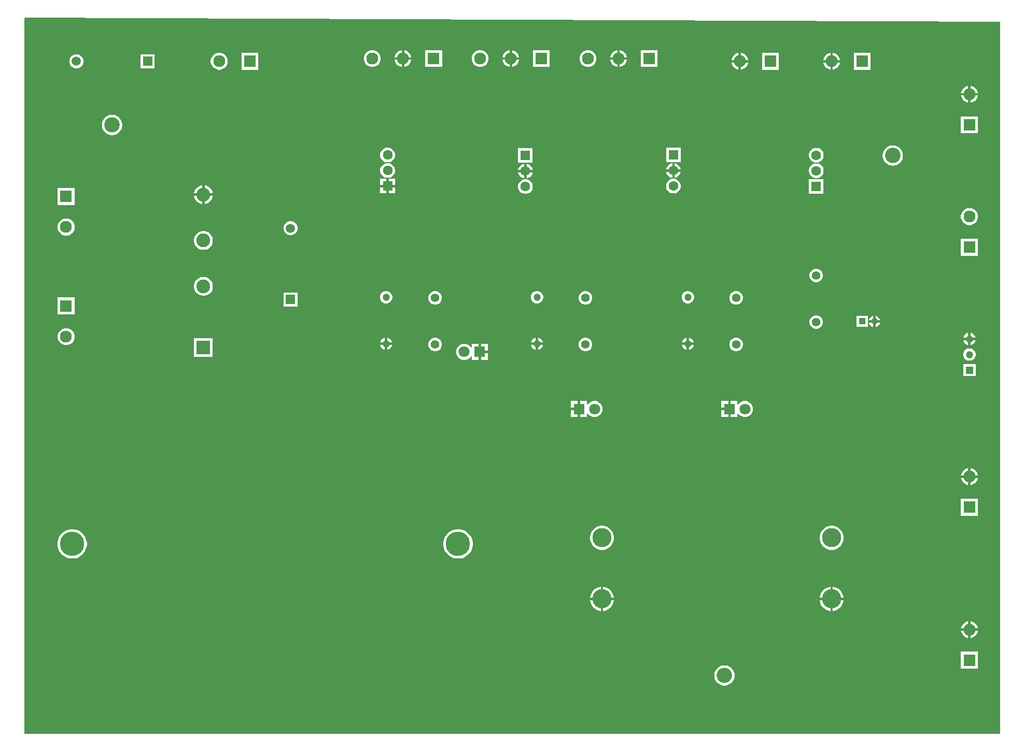
<source format=gbl>
G04*
G04 #@! TF.GenerationSoftware,Altium Limited,Altium Designer,22.8.2 (66)*
G04*
G04 Layer_Physical_Order=2*
G04 Layer_Color=16711680*
%FSLAX23Y23*%
%MOIN*%
G70*
G04*
G04 #@! TF.SameCoordinates,A233365A-AB87-4AD3-B6C5-22BC27BC872C*
G04*
G04*
G04 #@! TF.FilePolarity,Positive*
G04*
G01*
G75*
%ADD40C,0.063*%
%ADD41R,0.063X0.063*%
%ADD42C,0.157*%
%ADD43C,0.123*%
%ADD44O,0.099X0.097*%
%ADD45O,0.099X0.099*%
%ADD46C,0.055*%
%ADD47C,0.063*%
%ADD48R,0.063X0.063*%
%ADD49C,0.071*%
%ADD50R,0.071X0.071*%
%ADD51C,0.047*%
%ADD52R,0.077X0.077*%
%ADD53C,0.077*%
%ADD54R,0.077X0.077*%
%ADD55C,0.059*%
%ADD56R,0.059X0.059*%
%ADD57C,0.089*%
%ADD58R,0.089X0.089*%
%ADD59R,0.059X0.059*%
%ADD60R,0.047X0.047*%
%ADD61R,0.041X0.041*%
%ADD62C,0.041*%
G36*
X6299Y4602D02*
Y16D01*
X27D01*
Y4622D01*
X30Y4626D01*
X6299Y4602D01*
D02*
G37*
%LPC*%
G36*
X3855Y4418D02*
Y4372D01*
X3901D01*
X3898Y4385D01*
X3891Y4397D01*
X3881Y4407D01*
X3868Y4414D01*
X3855Y4418D01*
D02*
G37*
G36*
X3162D02*
Y4372D01*
X3208D01*
X3204Y4385D01*
X3197Y4397D01*
X3187Y4407D01*
X3175Y4414D01*
X3162Y4418D01*
D02*
G37*
G36*
X2469D02*
Y4372D01*
X2515D01*
X2511Y4385D01*
X2504Y4397D01*
X2494Y4407D01*
X2482Y4414D01*
X2469Y4418D01*
D02*
G37*
G36*
X3840D02*
X3827Y4414D01*
X3814Y4407D01*
X3804Y4397D01*
X3797Y4385D01*
X3794Y4372D01*
X3840D01*
Y4418D01*
D02*
G37*
G36*
X3146D02*
X3133Y4414D01*
X3121Y4407D01*
X3111Y4397D01*
X3104Y4385D01*
X3100Y4372D01*
X3146D01*
Y4418D01*
D02*
G37*
G36*
X2453D02*
X2440Y4414D01*
X2427Y4407D01*
X2417Y4397D01*
X2410Y4385D01*
X2407Y4372D01*
X2453D01*
Y4418D01*
D02*
G37*
G36*
X5224Y4400D02*
Y4354D01*
X5270D01*
X5267Y4367D01*
X5260Y4379D01*
X5250Y4390D01*
X5237Y4397D01*
X5224Y4400D01*
D02*
G37*
G36*
X4634D02*
Y4354D01*
X4680D01*
X4676Y4367D01*
X4669Y4379D01*
X4659Y4390D01*
X4647Y4397D01*
X4634Y4400D01*
D02*
G37*
G36*
X5209D02*
X5196Y4397D01*
X5183Y4390D01*
X5173Y4379D01*
X5166Y4367D01*
X5163Y4354D01*
X5209D01*
Y4400D01*
D02*
G37*
G36*
X4618D02*
X4605Y4397D01*
X4593Y4390D01*
X4583Y4379D01*
X4576Y4367D01*
X4572Y4354D01*
X4618D01*
Y4400D01*
D02*
G37*
G36*
X3208Y4356D02*
X3162D01*
Y4310D01*
X3175Y4314D01*
X3187Y4321D01*
X3197Y4331D01*
X3204Y4343D01*
X3208Y4356D01*
D02*
G37*
G36*
X2515D02*
X2469D01*
Y4310D01*
X2482Y4314D01*
X2494Y4321D01*
X2504Y4331D01*
X2511Y4343D01*
X2515Y4356D01*
D02*
G37*
G36*
X3901D02*
X3855D01*
Y4310D01*
X3868Y4314D01*
X3881Y4321D01*
X3891Y4331D01*
X3898Y4343D01*
X3901Y4356D01*
D02*
G37*
G36*
X3840D02*
X3794D01*
X3797Y4343D01*
X3804Y4331D01*
X3814Y4321D01*
X3827Y4314D01*
X3840Y4310D01*
Y4356D01*
D02*
G37*
G36*
X3146D02*
X3100D01*
X3104Y4343D01*
X3111Y4331D01*
X3121Y4321D01*
X3133Y4314D01*
X3146Y4310D01*
Y4356D01*
D02*
G37*
G36*
X2453D02*
X2407D01*
X2410Y4343D01*
X2417Y4331D01*
X2427Y4321D01*
X2440Y4314D01*
X2453Y4310D01*
Y4356D01*
D02*
G37*
G36*
X4098Y4418D02*
X3990D01*
Y4310D01*
X4098D01*
Y4418D01*
D02*
G37*
G36*
X3658D02*
X3644D01*
X3630Y4414D01*
X3617Y4407D01*
X3607Y4397D01*
X3600Y4385D01*
X3596Y4371D01*
Y4357D01*
X3600Y4343D01*
X3607Y4331D01*
X3617Y4321D01*
X3630Y4314D01*
X3644Y4310D01*
X3658D01*
X3672Y4314D01*
X3684Y4321D01*
X3694Y4331D01*
X3701Y4343D01*
X3705Y4357D01*
Y4371D01*
X3701Y4385D01*
X3694Y4397D01*
X3684Y4407D01*
X3672Y4414D01*
X3658Y4418D01*
D02*
G37*
G36*
X3405D02*
X3297D01*
Y4310D01*
X3405D01*
Y4418D01*
D02*
G37*
G36*
X2964D02*
X2950D01*
X2936Y4414D01*
X2924Y4407D01*
X2914Y4397D01*
X2907Y4385D01*
X2903Y4371D01*
Y4357D01*
X2907Y4343D01*
X2914Y4331D01*
X2924Y4321D01*
X2936Y4314D01*
X2950Y4310D01*
X2964D01*
X2978Y4314D01*
X2990Y4321D01*
X3001Y4331D01*
X3008Y4343D01*
X3011Y4357D01*
Y4371D01*
X3008Y4385D01*
X3001Y4397D01*
X2990Y4407D01*
X2978Y4414D01*
X2964Y4418D01*
D02*
G37*
G36*
X2712D02*
X2603D01*
Y4310D01*
X2712D01*
Y4418D01*
D02*
G37*
G36*
X2271D02*
X2257D01*
X2243Y4414D01*
X2231Y4407D01*
X2220Y4397D01*
X2213Y4385D01*
X2210Y4371D01*
Y4357D01*
X2213Y4343D01*
X2220Y4331D01*
X2231Y4321D01*
X2243Y4314D01*
X2257Y4310D01*
X2271D01*
X2285Y4314D01*
X2297Y4321D01*
X2307Y4331D01*
X2314Y4343D01*
X2318Y4357D01*
Y4371D01*
X2314Y4385D01*
X2307Y4397D01*
X2297Y4407D01*
X2285Y4414D01*
X2271Y4418D01*
D02*
G37*
G36*
X865Y4392D02*
X775D01*
Y4301D01*
X865D01*
Y4392D01*
D02*
G37*
G36*
X367D02*
X355D01*
X344Y4388D01*
X333Y4382D01*
X325Y4374D01*
X319Y4364D01*
X316Y4352D01*
Y4340D01*
X319Y4329D01*
X325Y4318D01*
X333Y4310D01*
X344Y4304D01*
X355Y4301D01*
X367D01*
X379Y4304D01*
X389Y4310D01*
X397Y4318D01*
X403Y4329D01*
X406Y4340D01*
Y4352D01*
X403Y4364D01*
X397Y4374D01*
X389Y4382D01*
X379Y4388D01*
X367Y4392D01*
D02*
G37*
G36*
X5270Y4338D02*
X5224D01*
Y4292D01*
X5237Y4296D01*
X5250Y4303D01*
X5260Y4313D01*
X5267Y4325D01*
X5270Y4338D01*
D02*
G37*
G36*
X4680D02*
X4634D01*
Y4292D01*
X4647Y4296D01*
X4659Y4303D01*
X4669Y4313D01*
X4676Y4325D01*
X4680Y4338D01*
D02*
G37*
G36*
X5209D02*
X5163D01*
X5166Y4325D01*
X5173Y4313D01*
X5183Y4303D01*
X5196Y4296D01*
X5209Y4292D01*
Y4338D01*
D02*
G37*
G36*
X4618D02*
X4572D01*
X4576Y4325D01*
X4583Y4313D01*
X4593Y4303D01*
X4605Y4296D01*
X4618Y4292D01*
Y4338D01*
D02*
G37*
G36*
X5468Y4400D02*
X5359D01*
Y4292D01*
X5468D01*
Y4400D01*
D02*
G37*
G36*
X4877D02*
X4769D01*
Y4292D01*
X4877D01*
Y4400D01*
D02*
G37*
G36*
X1531D02*
X1422D01*
Y4292D01*
X1531D01*
Y4400D01*
D02*
G37*
G36*
X1287D02*
X1272D01*
X1259Y4397D01*
X1246Y4390D01*
X1236Y4379D01*
X1229Y4367D01*
X1225Y4353D01*
Y4339D01*
X1229Y4325D01*
X1236Y4313D01*
X1246Y4303D01*
X1259Y4296D01*
X1272Y4292D01*
X1287D01*
X1300Y4296D01*
X1313Y4303D01*
X1323Y4313D01*
X1330Y4325D01*
X1334Y4339D01*
Y4353D01*
X1330Y4367D01*
X1323Y4379D01*
X1313Y4390D01*
X1300Y4397D01*
X1287Y4400D01*
D02*
G37*
G36*
X6110Y4188D02*
Y4142D01*
X6156D01*
X6153Y4155D01*
X6146Y4167D01*
X6136Y4177D01*
X6123Y4184D01*
X6110Y4188D01*
D02*
G37*
G36*
X6094Y4188D02*
X6081Y4184D01*
X6069Y4177D01*
X6059Y4167D01*
X6052Y4155D01*
X6048Y4142D01*
X6094D01*
Y4188D01*
D02*
G37*
G36*
X6156Y4126D02*
X6110D01*
Y4080D01*
X6123Y4083D01*
X6136Y4091D01*
X6146Y4101D01*
X6153Y4113D01*
X6156Y4126D01*
D02*
G37*
G36*
X6094D02*
X6048D01*
X6052Y4113D01*
X6059Y4101D01*
X6069Y4091D01*
X6081Y4083D01*
X6094Y4080D01*
Y4126D01*
D02*
G37*
G36*
X6156Y3991D02*
X6048D01*
Y3883D01*
X6156D01*
Y3991D01*
D02*
G37*
G36*
X597Y4002D02*
X584D01*
X572Y4000D01*
X560Y3995D01*
X549Y3987D01*
X545Y3983D01*
X544Y3983D01*
X544Y3982D01*
X540Y3978D01*
X537Y3974D01*
X536Y3973D01*
X535Y3971D01*
X533Y3968D01*
X531Y3964D01*
X530Y3962D01*
X529Y3959D01*
X528Y3956D01*
X527Y3952D01*
X526Y3950D01*
X526Y3947D01*
X526Y3943D01*
Y3940D01*
X525Y3937D01*
X526Y3934D01*
Y3931D01*
X526Y3927D01*
X526Y3924D01*
X527Y3922D01*
X528Y3918D01*
X529Y3915D01*
X530Y3912D01*
X531Y3910D01*
X533Y3906D01*
X535Y3903D01*
X536Y3901D01*
X537Y3900D01*
X540Y3896D01*
X544Y3892D01*
X544Y3891D01*
X545Y3891D01*
X549Y3887D01*
X560Y3879D01*
X572Y3875D01*
X584Y3872D01*
X597D01*
X610Y3875D01*
X621Y3879D01*
X632Y3887D01*
X636Y3891D01*
X637Y3891D01*
X637Y3892D01*
X641Y3896D01*
X644Y3900D01*
X645Y3901D01*
X646Y3903D01*
X648Y3906D01*
X650Y3910D01*
X651Y3912D01*
X652Y3915D01*
X653Y3918D01*
X654Y3922D01*
X655Y3924D01*
X655Y3927D01*
X656Y3931D01*
Y3934D01*
X656Y3937D01*
X656Y3940D01*
Y3943D01*
X655Y3947D01*
X655Y3950D01*
X654Y3952D01*
X653Y3956D01*
X652Y3959D01*
X651Y3962D01*
X650Y3964D01*
X648Y3968D01*
X646Y3971D01*
X645Y3973D01*
X644Y3974D01*
X641Y3978D01*
X637Y3982D01*
X637Y3983D01*
X636Y3983D01*
X632Y3987D01*
X621Y3995D01*
X610Y4000D01*
X597Y4002D01*
D02*
G37*
G36*
X4247Y3791D02*
X4152D01*
Y3696D01*
X4247D01*
Y3791D01*
D02*
G37*
G36*
X2368D02*
X2356D01*
X2344Y3787D01*
X2333Y3781D01*
X2324Y3772D01*
X2318Y3762D01*
X2315Y3750D01*
Y3737D01*
X2318Y3725D01*
X2324Y3714D01*
X2333Y3706D01*
X2344Y3699D01*
X2356Y3696D01*
X2368D01*
X2380Y3699D01*
X2391Y3706D01*
X2400Y3714D01*
X2406Y3725D01*
X2409Y3737D01*
Y3750D01*
X2406Y3762D01*
X2400Y3772D01*
X2391Y3781D01*
X2380Y3787D01*
X2368Y3791D01*
D02*
G37*
G36*
X5124Y3789D02*
X5112D01*
X5100Y3786D01*
X5089Y3780D01*
X5080Y3771D01*
X5074Y3760D01*
X5071Y3748D01*
Y3736D01*
X5074Y3723D01*
X5080Y3713D01*
X5089Y3704D01*
X5100Y3698D01*
X5112Y3694D01*
X5124D01*
X5136Y3698D01*
X5147Y3704D01*
X5156Y3713D01*
X5162Y3723D01*
X5165Y3736D01*
Y3748D01*
X5162Y3760D01*
X5156Y3771D01*
X5147Y3780D01*
X5136Y3786D01*
X5124Y3789D01*
D02*
G37*
G36*
X3295Y3787D02*
X3201D01*
Y3693D01*
X3295D01*
Y3787D01*
D02*
G37*
G36*
X5610Y3805D02*
X5607Y3805D01*
X5604D01*
X5601Y3805D01*
X5597Y3804D01*
X5594Y3803D01*
X5591Y3803D01*
X5588Y3801D01*
X5585Y3800D01*
X5582Y3799D01*
X5579Y3798D01*
X5577Y3796D01*
X5574Y3794D01*
X5571Y3792D01*
X5569Y3791D01*
X5567Y3788D01*
X5564Y3786D01*
X5562Y3784D01*
X5560Y3782D01*
X5558Y3779D01*
X5556Y3776D01*
X5554Y3774D01*
X5553Y3771D01*
X5551Y3768D01*
X5550Y3765D01*
X5549Y3762D01*
X5548Y3759D01*
X5547Y3756D01*
X5546Y3753D01*
X5546Y3750D01*
X5545Y3747D01*
Y3743D01*
X5545Y3740D01*
Y3740D01*
X5545Y3737D01*
Y3734D01*
X5546Y3731D01*
X5546Y3727D01*
X5547Y3724D01*
X5548Y3721D01*
X5549Y3718D01*
X5550Y3715D01*
X5551Y3712D01*
X5553Y3709D01*
X5554Y3707D01*
X5556Y3704D01*
X5558Y3701D01*
X5560Y3699D01*
X5562Y3696D01*
X5564Y3694D01*
X5567Y3692D01*
X5569Y3690D01*
X5571Y3688D01*
X5574Y3686D01*
X5577Y3684D01*
X5579Y3683D01*
X5582Y3681D01*
X5585Y3680D01*
X5588Y3679D01*
X5591Y3678D01*
X5594Y3677D01*
X5597Y3676D01*
X5601Y3676D01*
X5604Y3675D01*
X5607D01*
X5610Y3675D01*
X5613Y3675D01*
X5617D01*
X5620Y3676D01*
X5623Y3676D01*
X5626Y3677D01*
X5629Y3678D01*
X5632Y3679D01*
X5635Y3680D01*
X5638Y3681D01*
X5641Y3683D01*
X5644Y3684D01*
X5647Y3686D01*
X5649Y3688D01*
X5652Y3690D01*
X5654Y3692D01*
X5656Y3694D01*
X5658Y3696D01*
X5661Y3699D01*
X5662Y3701D01*
X5665Y3704D01*
X5666Y3707D01*
X5668Y3709D01*
X5669Y3712D01*
X5671Y3715D01*
X5672Y3718D01*
X5673Y3721D01*
X5673Y3724D01*
X5674Y3727D01*
X5675Y3731D01*
X5675Y3734D01*
Y3737D01*
X5676Y3740D01*
Y3740D01*
X5675Y3743D01*
Y3747D01*
X5675Y3750D01*
X5674Y3753D01*
X5673Y3756D01*
X5673Y3759D01*
X5672Y3762D01*
X5671Y3765D01*
X5669Y3768D01*
X5668Y3771D01*
X5666Y3774D01*
X5665Y3776D01*
X5662Y3779D01*
X5661Y3782D01*
X5658Y3784D01*
X5656Y3786D01*
X5654Y3788D01*
X5652Y3791D01*
X5649Y3792D01*
X5647Y3794D01*
X5644Y3796D01*
X5641Y3798D01*
X5638Y3799D01*
X5635Y3800D01*
X5632Y3801D01*
X5629Y3803D01*
X5626Y3803D01*
X5623Y3804D01*
X5620Y3805D01*
X5617Y3805D01*
X5613D01*
X5610Y3805D01*
D02*
G37*
G36*
X4207Y3690D02*
Y3651D01*
X4246D01*
X4244Y3662D01*
X4237Y3672D01*
X4228Y3681D01*
X4218Y3687D01*
X4207Y3690D01*
D02*
G37*
G36*
X4192D02*
X4181Y3687D01*
X4170Y3681D01*
X4162Y3672D01*
X4155Y3662D01*
X4153Y3651D01*
X4192D01*
Y3690D01*
D02*
G37*
G36*
X3256Y3687D02*
Y3648D01*
X3295D01*
X3292Y3658D01*
X3286Y3669D01*
X3277Y3678D01*
X3266Y3684D01*
X3256Y3687D01*
D02*
G37*
G36*
X3240D02*
X3230Y3684D01*
X3219Y3678D01*
X3210Y3669D01*
X3204Y3658D01*
X3201Y3648D01*
X3240D01*
Y3687D01*
D02*
G37*
G36*
X4246Y3635D02*
X4207D01*
Y3597D01*
X4218Y3599D01*
X4228Y3606D01*
X4237Y3614D01*
X4244Y3625D01*
X4246Y3635D01*
D02*
G37*
G36*
X4192D02*
X4153D01*
X4155Y3625D01*
X4162Y3614D01*
X4170Y3606D01*
X4181Y3599D01*
X4192Y3597D01*
Y3635D01*
D02*
G37*
G36*
X2368Y3691D02*
X2356D01*
X2344Y3687D01*
X2333Y3681D01*
X2324Y3672D01*
X2318Y3662D01*
X2315Y3650D01*
Y3637D01*
X2318Y3625D01*
X2324Y3614D01*
X2333Y3606D01*
X2344Y3599D01*
X2356Y3596D01*
X2368D01*
X2380Y3599D01*
X2391Y3606D01*
X2400Y3614D01*
X2406Y3625D01*
X2409Y3637D01*
Y3650D01*
X2406Y3662D01*
X2400Y3672D01*
X2391Y3681D01*
X2380Y3687D01*
X2368Y3691D01*
D02*
G37*
G36*
X5124Y3689D02*
X5112D01*
X5100Y3686D01*
X5089Y3680D01*
X5080Y3671D01*
X5074Y3660D01*
X5071Y3648D01*
Y3636D01*
X5074Y3623D01*
X5080Y3613D01*
X5089Y3604D01*
X5100Y3598D01*
X5112Y3594D01*
X5124D01*
X5136Y3598D01*
X5147Y3604D01*
X5156Y3613D01*
X5162Y3623D01*
X5165Y3636D01*
Y3648D01*
X5162Y3660D01*
X5156Y3671D01*
X5147Y3680D01*
X5136Y3686D01*
X5124Y3689D01*
D02*
G37*
G36*
X3295Y3632D02*
X3256D01*
Y3593D01*
X3266Y3596D01*
X3277Y3602D01*
X3286Y3611D01*
X3292Y3622D01*
X3295Y3632D01*
D02*
G37*
G36*
X3240D02*
X3201D01*
X3204Y3622D01*
X3210Y3611D01*
X3219Y3602D01*
X3230Y3596D01*
X3240Y3593D01*
Y3632D01*
D02*
G37*
G36*
X2409Y3591D02*
X2370D01*
Y3551D01*
X2409D01*
Y3591D01*
D02*
G37*
G36*
X2354D02*
X2315D01*
Y3551D01*
X2354D01*
Y3591D01*
D02*
G37*
G36*
X1186Y3548D02*
Y3496D01*
X1238D01*
X1236Y3506D01*
X1232Y3517D01*
X1225Y3527D01*
X1217Y3535D01*
X1207Y3542D01*
X1196Y3546D01*
X1186Y3548D01*
D02*
G37*
G36*
X1170D02*
X1160Y3546D01*
X1149Y3542D01*
X1139Y3535D01*
X1131Y3527D01*
X1124Y3517D01*
X1120Y3506D01*
X1118Y3496D01*
X1170D01*
Y3548D01*
D02*
G37*
G36*
X4206Y3591D02*
X4193D01*
X4181Y3587D01*
X4170Y3581D01*
X4162Y3572D01*
X4155Y3562D01*
X4152Y3550D01*
Y3537D01*
X4155Y3525D01*
X4162Y3514D01*
X4170Y3506D01*
X4181Y3499D01*
X4193Y3496D01*
X4206D01*
X4218Y3499D01*
X4228Y3506D01*
X4237Y3514D01*
X4244Y3525D01*
X4247Y3537D01*
Y3550D01*
X4244Y3562D01*
X4237Y3572D01*
X4228Y3581D01*
X4218Y3587D01*
X4206Y3591D01*
D02*
G37*
G36*
X2409Y3535D02*
X2370D01*
Y3496D01*
X2409D01*
Y3535D01*
D02*
G37*
G36*
X2354D02*
X2315D01*
Y3496D01*
X2354D01*
Y3535D01*
D02*
G37*
G36*
X5165Y3589D02*
X5071D01*
Y3494D01*
X5165D01*
Y3589D01*
D02*
G37*
G36*
X3254Y3587D02*
X3242D01*
X3230Y3584D01*
X3219Y3578D01*
X3210Y3569D01*
X3204Y3558D01*
X3201Y3546D01*
Y3534D01*
X3204Y3522D01*
X3210Y3511D01*
X3219Y3502D01*
X3230Y3496D01*
X3242Y3493D01*
X3254D01*
X3266Y3496D01*
X3277Y3502D01*
X3286Y3511D01*
X3292Y3522D01*
X3295Y3534D01*
Y3546D01*
X3292Y3558D01*
X3286Y3569D01*
X3277Y3578D01*
X3266Y3584D01*
X3254Y3587D01*
D02*
G37*
G36*
X1238Y3480D02*
X1186D01*
Y3428D01*
X1196Y3430D01*
X1207Y3435D01*
X1217Y3441D01*
X1225Y3450D01*
X1232Y3460D01*
X1236Y3471D01*
X1238Y3480D01*
D02*
G37*
G36*
X1170D02*
X1118D01*
X1120Y3471D01*
X1124Y3460D01*
X1131Y3450D01*
X1139Y3441D01*
X1149Y3435D01*
X1160Y3430D01*
X1170Y3428D01*
Y3480D01*
D02*
G37*
G36*
X349Y3531D02*
X241D01*
Y3422D01*
X349D01*
Y3531D01*
D02*
G37*
G36*
X6109Y3401D02*
X6095D01*
X6081Y3397D01*
X6069Y3390D01*
X6059Y3380D01*
X6052Y3367D01*
X6048Y3354D01*
Y3339D01*
X6052Y3326D01*
X6059Y3313D01*
X6069Y3303D01*
X6081Y3296D01*
X6095Y3292D01*
X6109D01*
X6123Y3296D01*
X6136Y3303D01*
X6146Y3313D01*
X6153Y3326D01*
X6156Y3339D01*
Y3354D01*
X6153Y3367D01*
X6146Y3380D01*
X6136Y3390D01*
X6123Y3397D01*
X6109Y3401D01*
D02*
G37*
G36*
X1744Y3318D02*
X1732D01*
X1721Y3315D01*
X1710Y3309D01*
X1702Y3300D01*
X1696Y3290D01*
X1693Y3278D01*
Y3266D01*
X1696Y3255D01*
X1702Y3245D01*
X1710Y3236D01*
X1721Y3230D01*
X1732Y3227D01*
X1744D01*
X1755Y3230D01*
X1766Y3236D01*
X1774Y3245D01*
X1780Y3255D01*
X1783Y3266D01*
Y3278D01*
X1780Y3290D01*
X1774Y3300D01*
X1766Y3309D01*
X1755Y3315D01*
X1744Y3318D01*
D02*
G37*
G36*
X302Y3334D02*
X288D01*
X274Y3330D01*
X262Y3323D01*
X252Y3313D01*
X245Y3300D01*
X241Y3287D01*
Y3272D01*
X245Y3259D01*
X252Y3246D01*
X262Y3236D01*
X274Y3229D01*
X288Y3225D01*
X302D01*
X316Y3229D01*
X329Y3236D01*
X339Y3246D01*
X346Y3259D01*
X349Y3272D01*
Y3287D01*
X346Y3300D01*
X339Y3313D01*
X329Y3323D01*
X316Y3330D01*
X302Y3334D01*
D02*
G37*
G36*
X1184Y3253D02*
X1172D01*
X1160Y3251D01*
X1149Y3247D01*
X1139Y3240D01*
X1131Y3232D01*
X1124Y3222D01*
X1120Y3211D01*
X1118Y3199D01*
Y3187D01*
X1120Y3175D01*
X1124Y3164D01*
X1131Y3154D01*
X1139Y3146D01*
X1149Y3139D01*
X1160Y3135D01*
X1172Y3133D01*
X1184D01*
X1196Y3135D01*
X1207Y3139D01*
X1217Y3146D01*
X1225Y3154D01*
X1232Y3164D01*
X1236Y3175D01*
X1238Y3187D01*
Y3199D01*
X1236Y3211D01*
X1232Y3222D01*
X1225Y3232D01*
X1217Y3240D01*
X1207Y3247D01*
X1196Y3251D01*
X1184Y3253D01*
D02*
G37*
G36*
X6156Y3204D02*
X6048D01*
Y3095D01*
X6156D01*
Y3204D01*
D02*
G37*
G36*
X5124Y3012D02*
X5112D01*
X5101Y3009D01*
X5092Y3003D01*
X5083Y2995D01*
X5078Y2985D01*
X5075Y2974D01*
Y2963D01*
X5078Y2952D01*
X5083Y2942D01*
X5092Y2934D01*
X5101Y2928D01*
X5112Y2925D01*
X5124D01*
X5135Y2928D01*
X5145Y2934D01*
X5153Y2942D01*
X5158Y2952D01*
X5161Y2963D01*
Y2974D01*
X5158Y2985D01*
X5153Y2995D01*
X5145Y3003D01*
X5135Y3009D01*
X5124Y3012D01*
D02*
G37*
G36*
X1184Y2958D02*
X1172D01*
X1160Y2956D01*
X1149Y2951D01*
X1139Y2945D01*
X1131Y2936D01*
X1124Y2926D01*
X1120Y2915D01*
X1118Y2904D01*
Y2892D01*
X1120Y2880D01*
X1124Y2869D01*
X1131Y2859D01*
X1139Y2851D01*
X1149Y2844D01*
X1160Y2840D01*
X1172Y2837D01*
X1184D01*
X1196Y2840D01*
X1207Y2844D01*
X1217Y2851D01*
X1225Y2859D01*
X1232Y2869D01*
X1236Y2880D01*
X1238Y2892D01*
Y2904D01*
X1236Y2915D01*
X1232Y2926D01*
X1225Y2936D01*
X1217Y2945D01*
X1207Y2951D01*
X1196Y2956D01*
X1184Y2958D01*
D02*
G37*
G36*
X4297Y2868D02*
X4287D01*
X4277Y2865D01*
X4268Y2860D01*
X4261Y2852D01*
X4256Y2844D01*
X4253Y2833D01*
Y2823D01*
X4256Y2813D01*
X4261Y2804D01*
X4268Y2797D01*
X4277Y2792D01*
X4287Y2789D01*
X4297D01*
X4307Y2792D01*
X4316Y2797D01*
X4324Y2804D01*
X4329Y2813D01*
X4332Y2823D01*
Y2833D01*
X4329Y2844D01*
X4324Y2852D01*
X4316Y2860D01*
X4307Y2865D01*
X4297Y2868D01*
D02*
G37*
G36*
X3327D02*
X3317D01*
X3307Y2865D01*
X3298Y2860D01*
X3291Y2852D01*
X3286Y2844D01*
X3283Y2833D01*
Y2823D01*
X3286Y2813D01*
X3291Y2804D01*
X3298Y2797D01*
X3307Y2792D01*
X3317Y2789D01*
X3327D01*
X3337Y2792D01*
X3346Y2797D01*
X3354Y2804D01*
X3359Y2813D01*
X3362Y2823D01*
Y2833D01*
X3359Y2844D01*
X3354Y2852D01*
X3346Y2860D01*
X3337Y2865D01*
X3327Y2868D01*
D02*
G37*
G36*
X2357D02*
X2347D01*
X2337Y2865D01*
X2328Y2860D01*
X2321Y2852D01*
X2316Y2844D01*
X2313Y2833D01*
Y2823D01*
X2316Y2813D01*
X2321Y2804D01*
X2328Y2797D01*
X2337Y2792D01*
X2347Y2789D01*
X2357D01*
X2367Y2792D01*
X2376Y2797D01*
X2384Y2804D01*
X2389Y2813D01*
X2392Y2823D01*
Y2833D01*
X2389Y2844D01*
X2384Y2852D01*
X2376Y2860D01*
X2367Y2865D01*
X2357Y2868D01*
D02*
G37*
G36*
X4608Y2867D02*
X4597D01*
X4585Y2864D01*
X4576Y2858D01*
X4568Y2850D01*
X4562Y2840D01*
X4559Y2829D01*
Y2818D01*
X4562Y2807D01*
X4568Y2797D01*
X4576Y2789D01*
X4585Y2783D01*
X4597Y2780D01*
X4608D01*
X4619Y2783D01*
X4629Y2789D01*
X4637Y2797D01*
X4643Y2807D01*
X4646Y2818D01*
Y2829D01*
X4643Y2840D01*
X4637Y2850D01*
X4629Y2858D01*
X4619Y2864D01*
X4608Y2867D01*
D02*
G37*
G36*
X3640D02*
X3629D01*
X3618Y2864D01*
X3608Y2858D01*
X3600Y2850D01*
X3594Y2840D01*
X3591Y2829D01*
Y2818D01*
X3594Y2807D01*
X3600Y2797D01*
X3608Y2789D01*
X3618Y2783D01*
X3629Y2780D01*
X3640D01*
X3651Y2783D01*
X3661Y2789D01*
X3669Y2797D01*
X3675Y2807D01*
X3678Y2818D01*
Y2829D01*
X3675Y2840D01*
X3669Y2850D01*
X3661Y2858D01*
X3651Y2864D01*
X3640Y2867D01*
D02*
G37*
G36*
X2673D02*
X2662D01*
X2650Y2864D01*
X2641Y2858D01*
X2633Y2850D01*
X2627Y2840D01*
X2624Y2829D01*
Y2818D01*
X2627Y2807D01*
X2633Y2797D01*
X2641Y2789D01*
X2650Y2783D01*
X2662Y2780D01*
X2673D01*
X2684Y2783D01*
X2694Y2789D01*
X2702Y2797D01*
X2708Y2807D01*
X2711Y2818D01*
Y2829D01*
X2708Y2840D01*
X2702Y2850D01*
X2694Y2858D01*
X2684Y2864D01*
X2673Y2867D01*
D02*
G37*
G36*
X1783Y2859D02*
X1693D01*
Y2768D01*
X1783D01*
Y2859D01*
D02*
G37*
G36*
X349Y2826D02*
X241D01*
Y2717D01*
X349D01*
Y2826D01*
D02*
G37*
G36*
X5500Y2709D02*
Y2681D01*
X5528D01*
X5526Y2687D01*
X5521Y2695D01*
X5514Y2702D01*
X5506Y2707D01*
X5500Y2709D01*
D02*
G37*
G36*
X5484D02*
X5478Y2707D01*
X5470Y2702D01*
X5463Y2695D01*
X5458Y2687D01*
X5457Y2681D01*
X5484D01*
Y2709D01*
D02*
G37*
G36*
X5528Y2665D02*
X5500D01*
Y2637D01*
X5506Y2639D01*
X5514Y2644D01*
X5521Y2651D01*
X5526Y2659D01*
X5528Y2665D01*
D02*
G37*
G36*
X5484D02*
X5457D01*
X5458Y2659D01*
X5463Y2651D01*
X5470Y2644D01*
X5478Y2639D01*
X5484Y2637D01*
Y2665D01*
D02*
G37*
G36*
X5450Y2709D02*
X5377D01*
Y2637D01*
X5450D01*
Y2709D01*
D02*
G37*
G36*
X5124Y2712D02*
X5112D01*
X5101Y2709D01*
X5092Y2703D01*
X5083Y2695D01*
X5078Y2685D01*
X5075Y2674D01*
Y2663D01*
X5078Y2652D01*
X5083Y2642D01*
X5092Y2634D01*
X5101Y2628D01*
X5112Y2625D01*
X5124D01*
X5135Y2628D01*
X5145Y2634D01*
X5153Y2642D01*
X5158Y2652D01*
X5161Y2663D01*
Y2674D01*
X5158Y2685D01*
X5153Y2695D01*
X5145Y2703D01*
X5135Y2709D01*
X5124Y2712D01*
D02*
G37*
G36*
X6110Y2598D02*
Y2567D01*
X6141D01*
X6139Y2574D01*
X6134Y2583D01*
X6127Y2591D01*
X6118Y2596D01*
X6110Y2598D01*
D02*
G37*
G36*
X6094Y2598D02*
X6087Y2596D01*
X6078Y2591D01*
X6071Y2583D01*
X6066Y2574D01*
X6064Y2567D01*
X6094D01*
Y2598D01*
D02*
G37*
G36*
X4300Y2567D02*
Y2536D01*
X4331D01*
X4329Y2544D01*
X4324Y2552D01*
X4316Y2560D01*
X4307Y2565D01*
X4300Y2567D01*
D02*
G37*
G36*
X3330D02*
Y2536D01*
X3361D01*
X3359Y2544D01*
X3354Y2552D01*
X3346Y2560D01*
X3337Y2565D01*
X3330Y2567D01*
D02*
G37*
G36*
X2360D02*
Y2536D01*
X2391D01*
X2389Y2544D01*
X2384Y2552D01*
X2376Y2560D01*
X2367Y2565D01*
X2360Y2567D01*
D02*
G37*
G36*
X4284Y2567D02*
X4277Y2565D01*
X4268Y2560D01*
X4261Y2552D01*
X4256Y2544D01*
X4254Y2536D01*
X4284D01*
Y2567D01*
D02*
G37*
G36*
X3314D02*
X3307Y2565D01*
X3298Y2560D01*
X3291Y2552D01*
X3286Y2544D01*
X3284Y2536D01*
X3314D01*
Y2567D01*
D02*
G37*
G36*
X2344D02*
X2337Y2565D01*
X2328Y2560D01*
X2321Y2552D01*
X2316Y2544D01*
X2314Y2536D01*
X2344D01*
Y2567D01*
D02*
G37*
G36*
X302Y2629D02*
X288D01*
X274Y2625D01*
X262Y2618D01*
X252Y2608D01*
X245Y2595D01*
X241Y2582D01*
Y2567D01*
X245Y2554D01*
X252Y2541D01*
X262Y2531D01*
X274Y2524D01*
X288Y2520D01*
X302D01*
X316Y2524D01*
X329Y2531D01*
X339Y2541D01*
X346Y2554D01*
X349Y2567D01*
Y2582D01*
X346Y2595D01*
X339Y2608D01*
X329Y2618D01*
X316Y2625D01*
X302Y2629D01*
D02*
G37*
G36*
X6141Y2551D02*
X6110D01*
Y2520D01*
X6118Y2522D01*
X6127Y2528D01*
X6134Y2535D01*
X6139Y2544D01*
X6141Y2551D01*
D02*
G37*
G36*
X6094D02*
X6064D01*
X6066Y2544D01*
X6071Y2535D01*
X6078Y2528D01*
X6087Y2522D01*
X6094Y2520D01*
Y2551D01*
D02*
G37*
G36*
X2946Y2528D02*
X2903D01*
Y2505D01*
X2898Y2504D01*
X2896Y2508D01*
X2886Y2517D01*
X2874Y2524D01*
X2861Y2528D01*
X2848D01*
X2834Y2524D01*
X2823Y2517D01*
X2813Y2508D01*
X2806Y2496D01*
X2803Y2483D01*
Y2469D01*
X2806Y2456D01*
X2813Y2445D01*
X2823Y2435D01*
X2834Y2428D01*
X2848Y2425D01*
X2861D01*
X2874Y2428D01*
X2886Y2435D01*
X2896Y2445D01*
X2898Y2449D01*
X2903Y2447D01*
Y2425D01*
X2946D01*
Y2476D01*
Y2528D01*
D02*
G37*
G36*
X4331Y2520D02*
X4300D01*
Y2490D01*
X4307Y2492D01*
X4316Y2497D01*
X4324Y2504D01*
X4329Y2513D01*
X4331Y2520D01*
D02*
G37*
G36*
X3361D02*
X3330D01*
Y2490D01*
X3337Y2492D01*
X3346Y2497D01*
X3354Y2504D01*
X3359Y2513D01*
X3361Y2520D01*
D02*
G37*
G36*
X2391D02*
X2360D01*
Y2490D01*
X2367Y2492D01*
X2376Y2497D01*
X2384Y2504D01*
X2389Y2513D01*
X2391Y2520D01*
D02*
G37*
G36*
X4284D02*
X4254D01*
X4256Y2513D01*
X4261Y2504D01*
X4268Y2497D01*
X4277Y2492D01*
X4284Y2490D01*
Y2520D01*
D02*
G37*
G36*
X3314D02*
X3284D01*
X3286Y2513D01*
X3291Y2504D01*
X3298Y2497D01*
X3307Y2492D01*
X3314Y2490D01*
Y2520D01*
D02*
G37*
G36*
X2344D02*
X2314D01*
X2316Y2513D01*
X2321Y2504D01*
X2328Y2497D01*
X2337Y2492D01*
X2344Y2490D01*
Y2520D01*
D02*
G37*
G36*
X3006Y2528D02*
X2962D01*
Y2484D01*
X3006D01*
Y2528D01*
D02*
G37*
G36*
X4608Y2567D02*
X4597D01*
X4585Y2564D01*
X4576Y2558D01*
X4568Y2550D01*
X4562Y2540D01*
X4559Y2529D01*
Y2518D01*
X4562Y2507D01*
X4568Y2497D01*
X4576Y2489D01*
X4585Y2483D01*
X4597Y2480D01*
X4608D01*
X4619Y2483D01*
X4629Y2489D01*
X4637Y2497D01*
X4643Y2507D01*
X4646Y2518D01*
Y2529D01*
X4643Y2540D01*
X4637Y2550D01*
X4629Y2558D01*
X4619Y2564D01*
X4608Y2567D01*
D02*
G37*
G36*
X3640D02*
X3629D01*
X3618Y2564D01*
X3608Y2558D01*
X3600Y2550D01*
X3594Y2540D01*
X3591Y2529D01*
Y2518D01*
X3594Y2507D01*
X3600Y2497D01*
X3608Y2489D01*
X3618Y2483D01*
X3629Y2480D01*
X3640D01*
X3651Y2483D01*
X3661Y2489D01*
X3669Y2497D01*
X3675Y2507D01*
X3678Y2518D01*
Y2529D01*
X3675Y2540D01*
X3669Y2550D01*
X3661Y2558D01*
X3651Y2564D01*
X3640Y2567D01*
D02*
G37*
G36*
X2673D02*
X2662D01*
X2650Y2564D01*
X2641Y2558D01*
X2633Y2550D01*
X2627Y2540D01*
X2624Y2529D01*
Y2518D01*
X2627Y2507D01*
X2633Y2497D01*
X2641Y2489D01*
X2650Y2483D01*
X2662Y2480D01*
X2673D01*
X2684Y2483D01*
X2694Y2489D01*
X2702Y2497D01*
X2708Y2507D01*
X2711Y2518D01*
Y2529D01*
X2708Y2540D01*
X2702Y2550D01*
X2694Y2558D01*
X2684Y2564D01*
X2673Y2567D01*
D02*
G37*
G36*
X1238Y2564D02*
X1118D01*
Y2444D01*
X1238D01*
Y2564D01*
D02*
G37*
G36*
X3006Y2468D02*
X2962D01*
Y2425D01*
X3006D01*
Y2468D01*
D02*
G37*
G36*
X6108Y2498D02*
X6097D01*
X6087Y2496D01*
X6078Y2491D01*
X6071Y2483D01*
X6066Y2474D01*
X6063Y2464D01*
Y2454D01*
X6066Y2444D01*
X6071Y2435D01*
X6078Y2428D01*
X6087Y2422D01*
X6097Y2420D01*
X6108D01*
X6118Y2422D01*
X6127Y2428D01*
X6134Y2435D01*
X6139Y2444D01*
X6142Y2454D01*
Y2464D01*
X6139Y2474D01*
X6134Y2483D01*
X6127Y2491D01*
X6118Y2496D01*
X6108Y2498D01*
D02*
G37*
G36*
X6142Y2398D02*
X6063D01*
Y2320D01*
X6142D01*
Y2398D01*
D02*
G37*
G36*
X4666Y2160D02*
X4653D01*
X4640Y2156D01*
X4628Y2149D01*
X4618Y2140D01*
X4616Y2136D01*
X4611Y2137D01*
Y2160D01*
X4567D01*
Y2108D01*
Y2057D01*
X4611D01*
Y2079D01*
X4616Y2081D01*
X4618Y2077D01*
X4628Y2067D01*
X4640Y2060D01*
X4653Y2057D01*
X4666D01*
X4679Y2060D01*
X4691Y2067D01*
X4701Y2077D01*
X4708Y2088D01*
X4711Y2102D01*
Y2115D01*
X4708Y2128D01*
X4701Y2140D01*
X4691Y2149D01*
X4679Y2156D01*
X4666Y2160D01*
D02*
G37*
G36*
X3699D02*
X3685D01*
X3672Y2156D01*
X3660Y2149D01*
X3651Y2140D01*
X3649Y2136D01*
X3644Y2137D01*
Y2160D01*
X3600D01*
Y2108D01*
Y2057D01*
X3644D01*
Y2079D01*
X3649Y2081D01*
X3651Y2077D01*
X3660Y2067D01*
X3672Y2060D01*
X3685Y2057D01*
X3699D01*
X3712Y2060D01*
X3724Y2067D01*
X3733Y2077D01*
X3740Y2088D01*
X3744Y2102D01*
Y2115D01*
X3740Y2128D01*
X3733Y2140D01*
X3724Y2149D01*
X3712Y2156D01*
X3699Y2160D01*
D02*
G37*
G36*
X4552D02*
X4508D01*
Y2116D01*
X4552D01*
Y2160D01*
D02*
G37*
G36*
X3584D02*
X3541D01*
Y2116D01*
X3584D01*
Y2160D01*
D02*
G37*
G36*
X4552Y2100D02*
X4508D01*
Y2057D01*
X4552D01*
Y2100D01*
D02*
G37*
G36*
X3584D02*
X3541D01*
Y2057D01*
X3584D01*
Y2100D01*
D02*
G37*
G36*
X6110Y1727D02*
Y1681D01*
X6156D01*
X6153Y1694D01*
X6146Y1706D01*
X6136Y1717D01*
X6123Y1724D01*
X6110Y1727D01*
D02*
G37*
G36*
X6094Y1727D02*
X6081Y1724D01*
X6069Y1717D01*
X6059Y1706D01*
X6052Y1694D01*
X6048Y1681D01*
X6094D01*
Y1727D01*
D02*
G37*
G36*
X6156Y1665D02*
X6110D01*
Y1619D01*
X6123Y1623D01*
X6136Y1630D01*
X6146Y1640D01*
X6153Y1652D01*
X6156Y1665D01*
D02*
G37*
G36*
X6094D02*
X6048D01*
X6052Y1652D01*
X6059Y1640D01*
X6069Y1630D01*
X6081Y1623D01*
X6094Y1619D01*
Y1665D01*
D02*
G37*
G36*
X6156Y1531D02*
X6048D01*
Y1422D01*
X6156D01*
Y1531D01*
D02*
G37*
G36*
X5224Y1357D02*
X5209D01*
X5194Y1354D01*
X5180Y1348D01*
X5167Y1339D01*
X5157Y1329D01*
X5148Y1316D01*
X5142Y1302D01*
X5139Y1287D01*
Y1272D01*
X5142Y1257D01*
X5148Y1243D01*
X5157Y1230D01*
X5167Y1220D01*
X5180Y1211D01*
X5194Y1205D01*
X5209Y1202D01*
X5224D01*
X5239Y1205D01*
X5253Y1211D01*
X5266Y1220D01*
X5276Y1230D01*
X5285Y1243D01*
X5291Y1257D01*
X5294Y1272D01*
Y1287D01*
X5291Y1302D01*
X5285Y1316D01*
X5276Y1329D01*
X5266Y1339D01*
X5253Y1348D01*
X5239Y1354D01*
X5224Y1357D01*
D02*
G37*
G36*
X3748D02*
X3733D01*
X3718Y1354D01*
X3704Y1348D01*
X3691Y1339D01*
X3680Y1329D01*
X3672Y1316D01*
X3666Y1302D01*
X3663Y1287D01*
Y1272D01*
X3666Y1257D01*
X3672Y1243D01*
X3680Y1230D01*
X3691Y1220D01*
X3704Y1211D01*
X3718Y1205D01*
X3733Y1202D01*
X3748D01*
X3763Y1205D01*
X3777Y1211D01*
X3789Y1220D01*
X3800Y1230D01*
X3808Y1243D01*
X3814Y1257D01*
X3817Y1272D01*
Y1287D01*
X3814Y1302D01*
X3808Y1316D01*
X3800Y1329D01*
X3789Y1339D01*
X3777Y1348D01*
X3763Y1354D01*
X3748Y1357D01*
D02*
G37*
G36*
X2824Y1335D02*
X2806D01*
X2787Y1331D01*
X2770Y1324D01*
X2755Y1314D01*
X2742Y1300D01*
X2731Y1285D01*
X2724Y1268D01*
X2721Y1249D01*
Y1231D01*
X2724Y1213D01*
X2731Y1195D01*
X2742Y1180D01*
X2755Y1167D01*
X2770Y1156D01*
X2787Y1149D01*
X2806Y1146D01*
X2824D01*
X2843Y1149D01*
X2860Y1156D01*
X2875Y1167D01*
X2888Y1180D01*
X2899Y1195D01*
X2906Y1213D01*
X2909Y1231D01*
Y1249D01*
X2906Y1268D01*
X2899Y1285D01*
X2888Y1300D01*
X2875Y1314D01*
X2860Y1324D01*
X2843Y1331D01*
X2824Y1335D01*
D02*
G37*
G36*
X344Y1335D02*
X325D01*
X307Y1331D01*
X290Y1324D01*
X274Y1314D01*
X261Y1300D01*
X251Y1285D01*
X244Y1268D01*
X240Y1249D01*
Y1231D01*
X244Y1213D01*
X251Y1195D01*
X261Y1180D01*
X274Y1167D01*
X290Y1156D01*
X307Y1149D01*
X325Y1146D01*
X344D01*
X362Y1149D01*
X379Y1156D01*
X395Y1167D01*
X408Y1180D01*
X418Y1195D01*
X425Y1213D01*
X429Y1231D01*
Y1249D01*
X425Y1268D01*
X418Y1285D01*
X408Y1300D01*
X395Y1314D01*
X379Y1324D01*
X362Y1331D01*
X344Y1335D01*
D02*
G37*
G36*
X5224Y963D02*
Y894D01*
X5294D01*
X5291Y908D01*
X5285Y922D01*
X5276Y935D01*
X5266Y946D01*
X5253Y954D01*
X5239Y960D01*
X5224Y963D01*
D02*
G37*
G36*
X5209D02*
X5194Y960D01*
X5180Y954D01*
X5167Y946D01*
X5157Y935D01*
X5148Y922D01*
X5142Y908D01*
X5140Y894D01*
X5209D01*
Y963D01*
D02*
G37*
G36*
X3748D02*
Y894D01*
X3817D01*
X3814Y908D01*
X3808Y922D01*
X3800Y935D01*
X3789Y946D01*
X3777Y954D01*
X3763Y960D01*
X3748Y963D01*
D02*
G37*
G36*
X3732D02*
X3718Y960D01*
X3704Y954D01*
X3691Y946D01*
X3680Y935D01*
X3672Y922D01*
X3666Y908D01*
X3663Y894D01*
X3732D01*
Y963D01*
D02*
G37*
G36*
Y878D02*
X3663D01*
X3666Y863D01*
X3672Y849D01*
X3680Y837D01*
X3691Y826D01*
X3704Y818D01*
X3718Y812D01*
X3732Y809D01*
Y878D01*
D02*
G37*
G36*
X5294Y878D02*
X5224D01*
Y809D01*
X5239Y812D01*
X5253Y818D01*
X5266Y826D01*
X5276Y837D01*
X5285Y849D01*
X5291Y863D01*
X5294Y878D01*
D02*
G37*
G36*
X5209D02*
X5140D01*
X5142Y863D01*
X5148Y849D01*
X5157Y837D01*
X5167Y826D01*
X5180Y818D01*
X5194Y812D01*
X5209Y809D01*
Y878D01*
D02*
G37*
G36*
X3817Y878D02*
X3748D01*
Y809D01*
X3763Y812D01*
X3777Y818D01*
X3789Y826D01*
X3800Y837D01*
X3808Y849D01*
X3814Y863D01*
X3817Y878D01*
D02*
G37*
G36*
X6110Y743D02*
Y697D01*
X6156D01*
X6153Y710D01*
X6146Y722D01*
X6136Y732D01*
X6123Y739D01*
X6110Y743D01*
D02*
G37*
G36*
X6094Y743D02*
X6081Y739D01*
X6069Y732D01*
X6059Y722D01*
X6052Y710D01*
X6048Y697D01*
X6094D01*
Y743D01*
D02*
G37*
G36*
X6156Y681D02*
X6110D01*
Y635D01*
X6123Y639D01*
X6136Y646D01*
X6146Y656D01*
X6153Y668D01*
X6156Y681D01*
D02*
G37*
G36*
X6094D02*
X6048D01*
X6052Y668D01*
X6059Y656D01*
X6069Y646D01*
X6081Y639D01*
X6094Y635D01*
Y681D01*
D02*
G37*
G36*
X6156Y546D02*
X6048D01*
Y438D01*
X6156D01*
Y546D01*
D02*
G37*
G36*
X4534Y459D02*
X4521D01*
X4509Y456D01*
X4497Y451D01*
X4486Y444D01*
X4482Y440D01*
X4481Y439D01*
X4481Y439D01*
X4477Y435D01*
X4474Y431D01*
X4473Y430D01*
X4472Y428D01*
X4470Y424D01*
X4468Y421D01*
X4467Y418D01*
X4466Y416D01*
X4465Y413D01*
X4464Y409D01*
X4463Y406D01*
X4463Y403D01*
X4463Y400D01*
Y397D01*
X4462Y394D01*
X4463Y391D01*
Y387D01*
X4463Y384D01*
X4463Y381D01*
X4464Y378D01*
X4465Y375D01*
X4466Y371D01*
X4467Y369D01*
X4468Y367D01*
X4470Y363D01*
X4472Y359D01*
X4473Y358D01*
X4474Y357D01*
X4477Y352D01*
X4481Y349D01*
X4481Y348D01*
X4482Y348D01*
X4486Y343D01*
X4497Y336D01*
X4509Y331D01*
X4521Y329D01*
X4534D01*
X4547Y331D01*
X4558Y336D01*
X4569Y343D01*
X4573Y348D01*
X4574Y348D01*
X4574Y349D01*
X4578Y352D01*
X4581Y357D01*
X4582Y358D01*
X4583Y359D01*
X4585Y363D01*
X4587Y367D01*
X4588Y369D01*
X4589Y371D01*
X4590Y375D01*
X4591Y378D01*
X4592Y381D01*
X4592Y384D01*
X4593Y387D01*
Y391D01*
X4593Y394D01*
X4593Y397D01*
Y400D01*
X4592Y403D01*
X4592Y406D01*
X4591Y409D01*
X4590Y413D01*
X4589Y416D01*
X4588Y418D01*
X4587Y421D01*
X4585Y424D01*
X4583Y428D01*
X4582Y430D01*
X4581Y431D01*
X4578Y435D01*
X4574Y439D01*
X4574Y439D01*
X4573Y440D01*
X4569Y444D01*
X4558Y451D01*
X4547Y456D01*
X4534Y459D01*
D02*
G37*
%LPD*%
D40*
X4199Y3543D02*
D03*
Y3643D02*
D03*
X3248Y3540D02*
D03*
Y3640D02*
D03*
D41*
X4199Y3743D02*
D03*
X3248Y3740D02*
D03*
D42*
X2815Y1240D02*
D03*
X335D02*
D03*
D43*
X3740Y1280D02*
D03*
Y886D02*
D03*
X5217Y1280D02*
D03*
Y886D02*
D03*
D44*
X4528Y394D02*
D03*
X591Y3937D02*
D03*
D45*
X5610Y3740D02*
D03*
D46*
X3635Y2523D02*
D03*
Y2823D02*
D03*
X2667Y2523D02*
D03*
Y2823D02*
D03*
X4602Y2523D02*
D03*
Y2823D02*
D03*
X5118Y2668D02*
D03*
Y2968D02*
D03*
D47*
X2362Y3743D02*
D03*
Y3643D02*
D03*
X5118Y3742D02*
D03*
Y3642D02*
D03*
D48*
X2362Y3543D02*
D03*
X5118Y3542D02*
D03*
D49*
X3692Y2108D02*
D03*
X4660D02*
D03*
X2854Y2476D02*
D03*
D50*
X3592Y2108D02*
D03*
X4560D02*
D03*
X2954Y2476D02*
D03*
D51*
X4292Y2528D02*
D03*
Y2828D02*
D03*
X3322Y2528D02*
D03*
Y2828D02*
D03*
X2352Y2528D02*
D03*
Y2828D02*
D03*
X6102Y2459D02*
D03*
Y2559D02*
D03*
D52*
X5413Y4346D02*
D03*
X4823D02*
D03*
X1476D02*
D03*
X4044Y4364D02*
D03*
X3351D02*
D03*
X2657D02*
D03*
D53*
X5217Y4346D02*
D03*
X4626D02*
D03*
X6102Y1673D02*
D03*
Y689D02*
D03*
Y3346D02*
D03*
X295Y2575D02*
D03*
Y3280D02*
D03*
X1280Y4346D02*
D03*
X3651Y4364D02*
D03*
X3847D02*
D03*
X2957D02*
D03*
X3154D02*
D03*
X2264D02*
D03*
X2461D02*
D03*
X6102Y4134D02*
D03*
D54*
Y1476D02*
D03*
Y492D02*
D03*
Y3150D02*
D03*
X295Y2771D02*
D03*
Y3476D02*
D03*
X6102Y3937D02*
D03*
D55*
X1738Y3272D02*
D03*
X361Y4346D02*
D03*
D56*
X1738Y2814D02*
D03*
D57*
X1178Y3488D02*
D03*
Y3193D02*
D03*
Y2898D02*
D03*
D58*
Y2504D02*
D03*
D59*
X820Y4346D02*
D03*
D60*
X6102Y2359D02*
D03*
D61*
X5413Y2673D02*
D03*
D62*
X5492D02*
D03*
M02*

</source>
